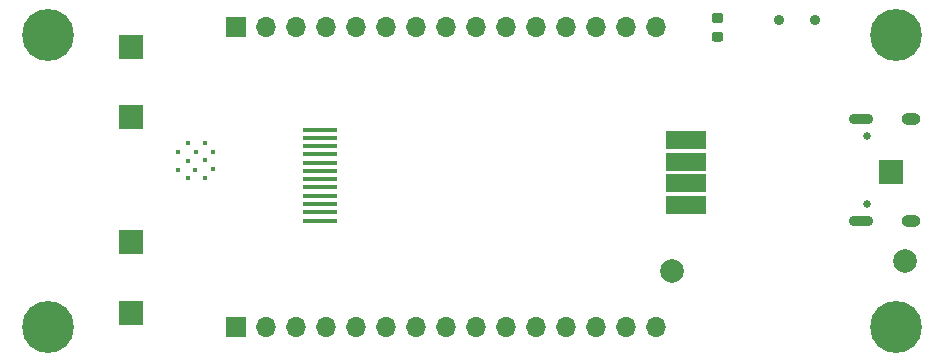
<source format=gbr>
%TF.GenerationSoftware,KiCad,Pcbnew,(5.1.12)-1*%
%TF.CreationDate,2022-11-06T18:41:51+01:00*%
%TF.ProjectId,NewmorphS3,4e65776d-6f72-4706-9853-332e6b696361,rev?*%
%TF.SameCoordinates,Original*%
%TF.FileFunction,Soldermask,Top*%
%TF.FilePolarity,Negative*%
%FSLAX46Y46*%
G04 Gerber Fmt 4.6, Leading zero omitted, Abs format (unit mm)*
G04 Created by KiCad (PCBNEW (5.1.12)-1) date 2022-11-06 18:41:51*
%MOMM*%
%LPD*%
G01*
G04 APERTURE LIST*
%ADD10R,3.000000X0.350000*%
%ADD11O,1.600000X1.000000*%
%ADD12O,2.100000X0.900000*%
%ADD13C,0.650000*%
%ADD14C,0.900000*%
%ADD15C,0.400000*%
%ADD16R,3.500000X1.524000*%
%ADD17C,2.000000*%
%ADD18R,2.000000X2.000000*%
%ADD19R,1.700000X1.700000*%
%ADD20O,1.700000X1.700000*%
%ADD21C,0.700000*%
%ADD22C,4.400000*%
G04 APERTURE END LIST*
D10*
%TO.C,U106*%
X73124000Y-74693800D03*
X73124000Y-75393800D03*
X73124000Y-76093800D03*
X73124000Y-76793800D03*
X73124000Y-77493800D03*
X73124000Y-78193800D03*
X73124000Y-78893800D03*
X73124000Y-79593800D03*
X73124000Y-80293800D03*
X73124000Y-80993800D03*
X73124000Y-81693800D03*
X73124000Y-82393800D03*
%TD*%
%TO.C,D102*%
G36*
G01*
X107063250Y-67265000D02*
X106550750Y-67265000D01*
G75*
G02*
X106332000Y-67046250I0J218750D01*
G01*
X106332000Y-66608750D01*
G75*
G02*
X106550750Y-66390000I218750J0D01*
G01*
X107063250Y-66390000D01*
G75*
G02*
X107282000Y-66608750I0J-218750D01*
G01*
X107282000Y-67046250D01*
G75*
G02*
X107063250Y-67265000I-218750J0D01*
G01*
G37*
G36*
G01*
X107063250Y-65690000D02*
X106550750Y-65690000D01*
G75*
G02*
X106332000Y-65471250I0J218750D01*
G01*
X106332000Y-65033750D01*
G75*
G02*
X106550750Y-64815000I218750J0D01*
G01*
X107063250Y-64815000D01*
G75*
G02*
X107282000Y-65033750I0J-218750D01*
G01*
X107282000Y-65471250D01*
G75*
G02*
X107063250Y-65690000I-218750J0D01*
G01*
G37*
%TD*%
D11*
%TO.C,J101*%
X123155000Y-73785000D03*
X123155000Y-82425000D03*
D12*
X118975000Y-73785000D03*
X118975000Y-82425000D03*
D13*
X119475000Y-75215000D03*
X119475000Y-80995000D03*
%TD*%
D14*
%TO.C,SW105*%
X112038000Y-65456000D03*
X115038000Y-65456000D03*
%TD*%
D15*
%TO.C,U103*%
X62599000Y-78086000D03*
X64123000Y-76562000D03*
X63411800Y-77273200D03*
X64123000Y-78035200D03*
X61125800Y-76562000D03*
X62649800Y-76562000D03*
X63411800Y-75800000D03*
X61125800Y-78086000D03*
X61938600Y-75800000D03*
X61938600Y-77324000D03*
X61938600Y-78797200D03*
X63411800Y-78797200D03*
%TD*%
D16*
%TO.C,U105*%
X104170000Y-75580000D03*
X104170000Y-77430000D03*
X104170000Y-79255000D03*
X104170000Y-81105000D03*
D17*
X102920000Y-86680000D03*
X122670000Y-85855000D03*
D18*
X121470000Y-78305000D03*
%TD*%
D19*
%TO.C,J103*%
X66040000Y-66040000D03*
D20*
X68580000Y-66040000D03*
X71120000Y-66040000D03*
X73660000Y-66040000D03*
X76200000Y-66040000D03*
X78740000Y-66040000D03*
X81280000Y-66040000D03*
X83820000Y-66040000D03*
X86360000Y-66040000D03*
X88900000Y-66040000D03*
X91440000Y-66040000D03*
X93980000Y-66040000D03*
X96520000Y-66040000D03*
X99060000Y-66040000D03*
X101600000Y-66040000D03*
%TD*%
%TO.C,J104*%
X101600000Y-91440000D03*
X99060000Y-91440000D03*
X96520000Y-91440000D03*
X93980000Y-91440000D03*
X91440000Y-91440000D03*
X88900000Y-91440000D03*
X86360000Y-91440000D03*
X83820000Y-91440000D03*
X81280000Y-91440000D03*
X78740000Y-91440000D03*
X76200000Y-91440000D03*
X73660000Y-91440000D03*
X71120000Y-91440000D03*
X68580000Y-91440000D03*
D19*
X66040000Y-91440000D03*
%TD*%
D18*
%TO.C,SW103*%
X57150000Y-67660000D03*
X57150000Y-73660000D03*
%TD*%
%TO.C,SW104*%
X57150000Y-90185000D03*
X57150000Y-84185000D03*
%TD*%
D21*
%TO.C,H101*%
X123086726Y-65508274D03*
X121920000Y-65025000D03*
X120753274Y-65508274D03*
X120270000Y-66675000D03*
X120753274Y-67841726D03*
X121920000Y-68325000D03*
X123086726Y-67841726D03*
X123570000Y-66675000D03*
D22*
X121920000Y-66675000D03*
%TD*%
%TO.C,H102*%
X121920000Y-91440000D03*
D21*
X123570000Y-91440000D03*
X123086726Y-92606726D03*
X121920000Y-93090000D03*
X120753274Y-92606726D03*
X120270000Y-91440000D03*
X120753274Y-90273274D03*
X121920000Y-89790000D03*
X123086726Y-90273274D03*
%TD*%
%TO.C,H103*%
X51331726Y-65508274D03*
X50165000Y-65025000D03*
X48998274Y-65508274D03*
X48515000Y-66675000D03*
X48998274Y-67841726D03*
X50165000Y-68325000D03*
X51331726Y-67841726D03*
X51815000Y-66675000D03*
D22*
X50165000Y-66675000D03*
%TD*%
%TO.C,H104*%
X50165000Y-91440000D03*
D21*
X51815000Y-91440000D03*
X51331726Y-92606726D03*
X50165000Y-93090000D03*
X48998274Y-92606726D03*
X48515000Y-91440000D03*
X48998274Y-90273274D03*
X50165000Y-89790000D03*
X51331726Y-90273274D03*
%TD*%
M02*

</source>
